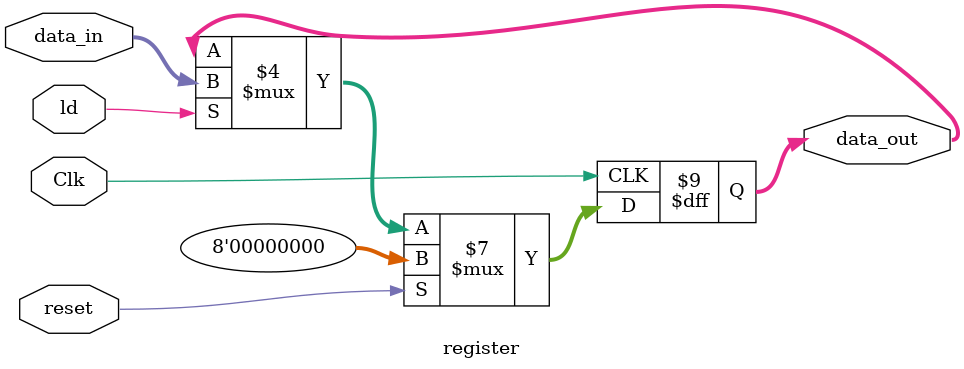
<source format=sv>
parameter nbits = 7; //note this is actually the precision in bits + 1 (includes zero)
//^note this is only in this file. make sure to change ram file and testbench if you change this value!

module fire(
	input logic reset, Clk, 
	input logic ld_MAC, ld_output //these are control signals, currently i'm sending from testbench
	//if this module was a part of a large nn there could be signals here indicating where it is, when to run, etc.
);

logic [7:0] output_buffer [4*4*256]; //replaced by output ram
logic [7:0] in_ram_out, w_ram_out, out_activation; //inputRAM and weightRAM output wires, outputRams input wire
logic [11:0] out_ram_addr;
logic [9:0] in_ram_addr, w_ram_addr;

assign in_ram_addr = 10'd3, w_ram_addr = 10'd4, out_ram_addr = 12'd2; //just assigned for testing purposes
input_RAM inRAM(.addr(in_ram_addr),.data(in_ram_out));
weight_RAM wRAM(.addr(w_ram_addr),.data(w_ram_out));
output_RAM outRAM(.addr(out_ram_addr), .data_in(out_activation), .ld(ld_output),.*);


//here we should be doing 3*4 = 12
PE PE1(.in_input(in_ram_out), .in_weight(w_ram_out), .out_activation(out_activation), .ld_MAC(ld_MAC),.*);

endmodule


module PE(
	input [nbits:0] in_input, in_weight,
	input logic Clk, reset, ld_MAC,
	output [nbits:0] out_activation);
logic [nbits:0] out_MAC, mult_out, add_out;
multiply m(in_weight, in_input, mult_out);
add a(mult_out, out_MAC, add_out);
register hold_MAC(.data_in(add_out), .data_out(out_MAC), .ld(ld_MAC), .*); //to initialize to zero hit reset
RELU activation(out_MAC, out_activation);
endmodule

module RELU(
	input [nbits:0] in,
	output [nbits:0] out );
assign out = ( in  & (1 << nbits)) ? 0 : in; //if in is negative = 0, else it's just in
endmodule

module add(
	input logic [nbits:0] a, b,
	output logic[nbits:0] result);
assign result = a + b;//(real'(a) + real'(b));
endmodule

module multiply(
	input logic [nbits:0] a,b,
	output logic [nbits:0] result);
assign result = a*b;//(real'(a) * real'(b));
endmodule

module register(
	input logic[nbits:0] data_in,
	input logic ld, reset, Clk,
	output logic[nbits:0] data_out);
always_ff @(posedge Clk)
begin
	if (reset)
		data_out <=0;
	else if(ld==1'b1)
		data_out <= data_in;
	else
		data_out <= data_out;
end
endmodule 
</source>
